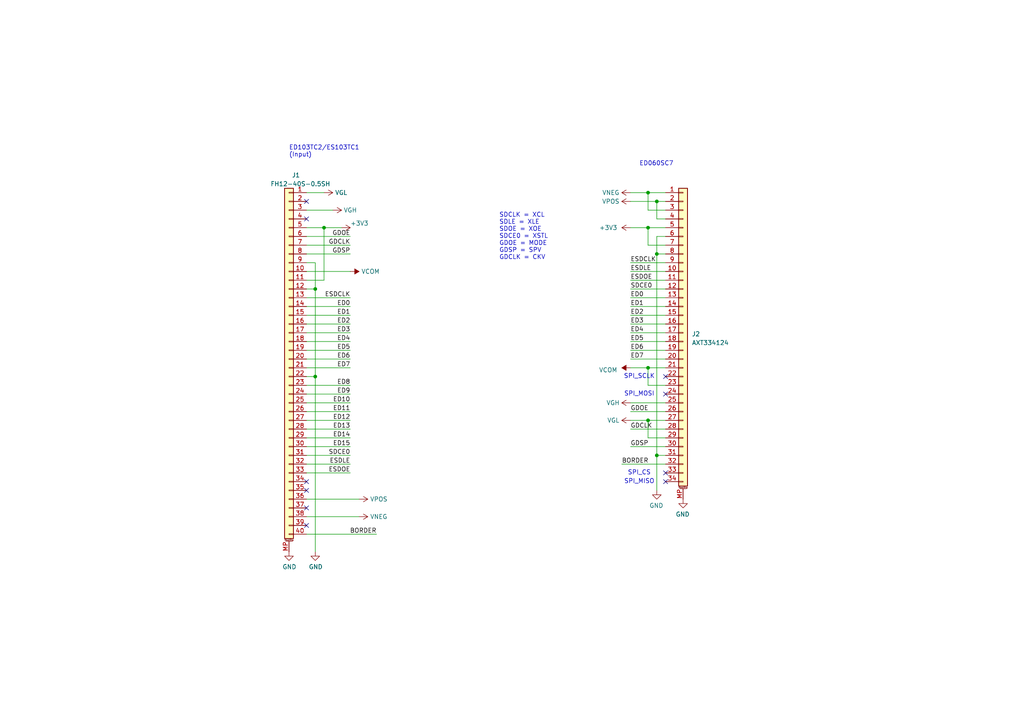
<source format=kicad_sch>
(kicad_sch (version 20231120) (generator "eeschema") (generator_version "8.0")
  (paper "A4")
  (lib_symbols
    (symbol "Connector_Generic_MountingPin:Conn_01x34_MountingPin" (pin_names (offset 1.016) hide)
      (property "Reference" "J" (at 0 43.18 0))
      (property "Value" "Conn_01x34_MountingPin" (at 1.27 -45.72 0))
      (symbol "Conn_01x34_MountingPin_1_1"
        (rectangle (start -1.27 -43.053) (end 0 -43.307) (stroke (width 0.1524)))
        (rectangle (start -1.27 -40.513) (end 0 -40.767) (stroke (width 0.1524)))
        (rectangle (start -1.27 -37.973) (end 0 -38.227) (stroke (width 0.1524)))
        (rectangle (start -1.27 -35.433) (end 0 -35.687) (stroke (width 0.1524)))
        (rectangle (start -1.27 -32.893) (end 0 -33.147) (stroke (width 0.1524)))
        (rectangle (start -1.27 -30.353) (end 0 -30.607) (stroke (width 0.1524)))
        (rectangle (start -1.27 -27.813) (end 0 -28.067) (stroke (width 0.1524)))
        (rectangle (start -1.27 -25.273) (end 0 -25.527) (stroke (width 0.1524)))
        (rectangle (start -1.27 -22.733) (end 0 -22.987) (stroke (width 0.1524)))
        (rectangle (start -1.27 -20.193) (end 0 -20.447) (stroke (width 0.1524)))
        (rectangle (start -1.27 -17.653) (end 0 -17.907) (stroke (width 0.1524)))
        (rectangle (start -1.27 -15.113) (end 0 -15.367) (stroke (width 0.1524)))
        (rectangle (start -1.27 -12.573) (end 0 -12.827) (stroke (width 0.1524)))
        (rectangle (start -1.27 -10.033) (end 0 -10.287) (stroke (width 0.1524)))
        (rectangle (start -1.27 -7.493) (end 0 -7.747) (stroke (width 0.1524)))
        (rectangle (start -1.27 -4.953) (end 0 -5.207) (stroke (width 0.1524)))
        (rectangle (start -1.27 -2.413) (end 0 -2.667) (stroke (width 0.1524)))
        (rectangle (start -1.27 0.127) (end 0 -0.127) (stroke (width 0.1524)))
        (rectangle (start -1.27 2.667) (end 0 2.413) (stroke (width 0.1524)))
        (rectangle (start -1.27 5.207) (end 0 4.953) (stroke (width 0.1524)))
        (rectangle (start -1.27 7.747) (end 0 7.493) (stroke (width 0.1524)))
        (rectangle (start -1.27 10.287) (end 0 10.033) (stroke (width 0.1524)))
        (rectangle (start -1.27 12.827) (end 0 12.573) (stroke (width 0.1524)))
        (rectangle (start -1.27 15.367) (end 0 15.113) (stroke (width 0.1524)))
        (rectangle (start -1.27 17.907) (end 0 17.653) (stroke (width 0.1524)))
        (rectangle (start -1.27 20.447) (end 0 20.193) (stroke (width 0.1524)))
        (rectangle (start -1.27 22.987) (end 0 22.733) (stroke (width 0.1524)))
        (rectangle (start -1.27 25.527) (end 0 25.273) (stroke (width 0.1524)))
        (rectangle (start -1.27 28.067) (end 0 27.813) (stroke (width 0.1524)))
        (rectangle (start -1.27 30.607) (end 0 30.353) (stroke (width 0.1524)))
        (rectangle (start -1.27 33.147) (end 0 32.893) (stroke (width 0.1524)))
        (rectangle (start -1.27 35.687) (end 0 35.433) (stroke (width 0.1524)))
        (rectangle (start -1.27 38.227) (end 0 37.973) (stroke (width 0.1524)))
        (rectangle (start -1.27 40.767) (end 0 40.513) (stroke (width 0.1524)))
        (rectangle (start -1.27 41.91) (end 1.27 -44.45) (stroke (width 0.254)) (fill (type background)))
        (polyline (pts (xy -1.016 -45.212) (xy 1.016 -45.212)) (stroke (width 0.1524)))
        (text "Mounting" (at 0 -44.831 0) (effects (font (size 0.381 0.381))))
        (pin passive line (at -5.08 40.64 0) (length 3.81) (name "Pin_1") (number "1"))
        (pin passive line (at -5.08 17.78 0) (length 3.81) (name "Pin_10") (number "10"))
        (pin passive line (at -5.08 15.24 0) (length 3.81) (name "Pin_11") (number "11"))
        (pin passive line (at -5.08 12.7 0) (length 3.81) (name "Pin_12") (number "12"))
        (pin passive line (at -5.08 10.16 0) (length 3.81) (name "Pin_13") (number "13"))
        (pin passive line (at -5.08 7.62 0) (length 3.81) (name "Pin_14") (number "14"))
        (pin passive line (at -5.08 5.08 0) (length 3.81) (name "Pin_15") (number "15"))
        (pin passive line (at -5.08 2.54 0) (length 3.81) (name "Pin_16") (number "16"))
        (pin passive line (at -5.08 0 0) (length 3.81) (name "Pin_17") (number "17"))
        (pin passive line (at -5.08 -2.54 0) (length 3.81) (name "Pin_18") (number "18"))
        (pin passive line (at -5.08 -5.08 0) (length 3.81) (name "Pin_19") (number "19"))
        (pin passive line (at -5.08 38.1 0) (length 3.81) (name "Pin_2") (number "2"))
        (pin passive line (at -5.08 -7.62 0) (length 3.81) (name "Pin_20") (number "20"))
        (pin passive line (at -5.08 -10.16 0) (length 3.81) (name "Pin_21") (number "21"))
        (pin passive line (at -5.08 -12.7 0) (length 3.81) (name "Pin_22") (number "22"))
        (pin passive line (at -5.08 -15.24 0) (length 3.81) (name "Pin_23") (number "23"))
        (pin passive line (at -5.08 -17.78 0) (length 3.81) (name "Pin_24") (number "24"))
        (pin passive line (at -5.08 -20.32 0) (length 3.81) (name "Pin_25") (number "25"))
        (pin passive line (at -5.08 -22.86 0) (length 3.81) (name "Pin_26") (number "26"))
        (pin passive line (at -5.08 -25.4 0) (length 3.81) (name "Pin_27") (number "27"))
        (pin passive line (at -5.08 -27.94 0) (length 3.81) (name "Pin_28") (number "28"))
        (pin passive line (at -5.08 -30.48 0) (length 3.81) (name "Pin_29") (number "29"))
        (pin passive line (at -5.08 35.56 0) (length 3.81) (name "Pin_3") (number "3"))
        (pin passive line (at -5.08 -33.02 0) (length 3.81) (name "Pin_30") (number "30"))
        (pin passive line (at -5.08 -35.56 0) (length 3.81) (name "Pin_31") (number "31"))
        (pin passive line (at -5.08 -38.1 0) (length 3.81) (name "Pin_32") (number "32"))
        (pin passive line (at -5.08 -40.64 0) (length 3.81) (name "Pin_33") (number "33"))
        (pin passive line (at -5.08 -43.18 0) (length 3.81) (name "Pin_34") (number "34"))
        (pin passive line (at -5.08 33.02 0) (length 3.81) (name "Pin_4") (number "4"))
        (pin passive line (at -5.08 30.48 0) (length 3.81) (name "Pin_5") (number "5"))
        (pin passive line (at -5.08 27.94 0) (length 3.81) (name "Pin_6") (number "6"))
        (pin passive line (at -5.08 25.4 0) (length 3.81) (name "Pin_7") (number "7"))
        (pin passive line (at -5.08 22.86 0) (length 3.81) (name "Pin_8") (number "8"))
        (pin passive line (at -5.08 20.32 0) (length 3.81) (name "Pin_9") (number "9"))
        (pin passive line (at 0 -48.26 90) (length 3.048) (name "MountPin") (number "MP"))
      )
    )
    (symbol "Connector_Generic_MountingPin:Conn_01x40_MountingPin" (pin_names (offset 1.016) hide)
      (property "Reference" "J" (at 0 50.8 0))
      (property "Value" "Conn_01x40_MountingPin" (at 1.27 -53.34 0))
      (symbol "Conn_01x40_MountingPin_1_1"
        (rectangle (start -1.27 -50.673) (end 0 -50.927) (stroke (width 0.1524)))
        (rectangle (start -1.27 -48.133) (end 0 -48.387) (stroke (width 0.1524)))
        (rectangle (start -1.27 -45.593) (end 0 -45.847) (stroke (width 0.1524)))
        (rectangle (start -1.27 -43.053) (end 0 -43.307) (stroke (width 0.1524)))
        (rectangle (start -1.27 -40.513) (end 0 -40.767) (stroke (width 0.1524)))
        (rectangle (start -1.27 -37.973) (end 0 -38.227) (stroke (width 0.1524)))
        (rectangle (start -1.27 -35.433) (end 0 -35.687) (stroke (width 0.1524)))
        (rectangle (start -1.27 -32.893) (end 0 -33.147) (stroke (width 0.1524)))
        (rectangle (start -1.27 -30.353) (end 0 -30.607) (stroke (width 0.1524)))
        (rectangle (start -1.27 -27.813) (end 0 -28.067) (stroke (width 0.1524)))
        (rectangle (start -1.27 -25.273) (end 0 -25.527) (stroke (width 0.1524)))
        (rectangle (start -1.27 -22.733) (end 0 -22.987) (stroke (width 0.1524)))
        (rectangle (start -1.27 -20.193) (end 0 -20.447) (stroke (width 0.1524)))
        (rectangle (start -1.27 -17.653) (end 0 -17.907) (stroke (width 0.1524)))
        (rectangle (start -1.27 -15.113) (end 0 -15.367) (stroke (width 0.1524)))
        (rectangle (start -1.27 -12.573) (end 0 -12.827) (stroke (width 0.1524)))
        (rectangle (start -1.27 -10.033) (end 0 -10.287) (stroke (width 0.1524)))
        (rectangle (start -1.27 -7.493) (end 0 -7.747) (stroke (width 0.1524)))
        (rectangle (start -1.27 -4.953) (end 0 -5.207) (stroke (width 0.1524)))
        (rectangle (start -1.27 -2.413) (end 0 -2.667) (stroke (width 0.1524)))
        (rectangle (start -1.27 0.127) (end 0 -0.127) (stroke (width 0.1524)))
        (rectangle (start -1.27 2.667) (end 0 2.413) (stroke (width 0.1524)))
        (rectangle (start -1.27 5.207) (end 0 4.953) (stroke (width 0.1524)))
        (rectangle (start -1.27 7.747) (end 0 7.493) (stroke (width 0.1524)))
        (rectangle (start -1.27 10.287) (end 0 10.033) (stroke (width 0.1524)))
        (rectangle (start -1.27 12.827) (end 0 12.573) (stroke (width 0.1524)))
        (rectangle (start -1.27 15.367) (end 0 15.113) (stroke (width 0.1524)))
        (rectangle (start -1.27 17.907) (end 0 17.653) (stroke (width 0.1524)))
        (rectangle (start -1.27 20.447) (end 0 20.193) (stroke (width 0.1524)))
        (rectangle (start -1.27 22.987) (end 0 22.733) (stroke (width 0.1524)))
        (rectangle (start -1.27 25.527) (end 0 25.273) (stroke (width 0.1524)))
        (rectangle (start -1.27 28.067) (end 0 27.813) (stroke (width 0.1524)))
        (rectangle (start -1.27 30.607) (end 0 30.353) (stroke (width 0.1524)))
        (rectangle (start -1.27 33.147) (end 0 32.893) (stroke (width 0.1524)))
        (rectangle (start -1.27 35.687) (end 0 35.433) (stroke (width 0.1524)))
        (rectangle (start -1.27 38.227) (end 0 37.973) (stroke (width 0.1524)))
        (rectangle (start -1.27 40.767) (end 0 40.513) (stroke (width 0.1524)))
        (rectangle (start -1.27 43.307) (end 0 43.053) (stroke (width 0.1524)))
        (rectangle (start -1.27 45.847) (end 0 45.593) (stroke (width 0.1524)))
        (rectangle (start -1.27 48.387) (end 0 48.133) (stroke (width 0.1524)))
        (rectangle (start -1.27 49.53) (end 1.27 -52.07) (stroke (width 0.254)) (fill (type background)))
        (polyline (pts (xy -1.016 -52.832) (xy 1.016 -52.832)) (stroke (width 0.1524)))
        (text "Mounting" (at 0 -52.451 0) (effects (font (size 0.381 0.381))))
        (pin passive line (at -5.08 48.26 0) (length 3.81) (name "Pin_1") (number "1"))
        (pin passive line (at -5.08 25.4 0) (length 3.81) (name "Pin_10") (number "10"))
        (pin passive line (at -5.08 22.86 0) (length 3.81) (name "Pin_11") (number "11"))
        (pin passive line (at -5.08 20.32 0) (length 3.81) (name "Pin_12") (number "12"))
        (pin passive line (at -5.08 17.78 0) (length 3.81) (name "Pin_13") (number "13"))
        (pin passive line (at -5.08 15.24 0) (length 3.81) (name "Pin_14") (number "14"))
        (pin passive line (at -5.08 12.7 0) (length 3.81) (name "Pin_15") (number "15"))
        (pin passive line (at -5.08 10.16 0) (length 3.81) (name "Pin_16") (number "16"))
        (pin passive line (at -5.08 7.62 0) (length 3.81) (name "Pin_17") (number "17"))
        (pin passive line (at -5.08 5.08 0) (length 3.81) (name "Pin_18") (number "18"))
        (pin passive line (at -5.08 2.54 0) (length 3.81) (name "Pin_19") (number "19"))
        (pin passive line (at -5.08 45.72 0) (length 3.81) (name "Pin_2") (number "2"))
        (pin passive line (at -5.08 0 0) (length 3.81) (name "Pin_20") (number "20"))
        (pin passive line (at -5.08 -2.54 0) (length 3.81) (name "Pin_21") (number "21"))
        (pin passive line (at -5.08 -5.08 0) (length 3.81) (name "Pin_22") (number "22"))
        (pin passive line (at -5.08 -7.62 0) (length 3.81) (name "Pin_23") (number "23"))
        (pin passive line (at -5.08 -10.16 0) (length 3.81) (name "Pin_24") (number "24"))
        (pin passive line (at -5.08 -12.7 0) (length 3.81) (name "Pin_25") (number "25"))
        (pin passive line (at -5.08 -15.24 0) (length 3.81) (name "Pin_26") (number "26"))
        (pin passive line (at -5.08 -17.78 0) (length 3.81) (name "Pin_27") (number "27"))
        (pin passive line (at -5.08 -20.32 0) (length 3.81) (name "Pin_28") (number "28"))
        (pin passive line (at -5.08 -22.86 0) (length 3.81) (name "Pin_29") (number "29"))
        (pin passive line (at -5.08 43.18 0) (length 3.81) (name "Pin_3") (number "3"))
        (pin passive line (at -5.08 -25.4 0) (length 3.81) (name "Pin_30") (number "30"))
        (pin passive line (at -5.08 -27.94 0) (length 3.81) (name "Pin_31") (number "31"))
        (pin passive line (at -5.08 -30.48 0) (length 3.81) (name "Pin_32") (number "32"))
        (pin passive line (at -5.08 -33.02 0) (length 3.81) (name "Pin_33") (number "33"))
        (pin passive line (at -5.08 -35.56 0) (length 3.81) (name "Pin_34") (number "34"))
        (pin passive line (at -5.08 -38.1 0) (length 3.81) (name "Pin_35") (number "35"))
        (pin passive line (at -5.08 -40.64 0) (length 3.81) (name "Pin_36") (number "36"))
        (pin passive line (at -5.08 -43.18 0) (length 3.81) (name "Pin_37") (number "37"))
        (pin passive line (at -5.08 -45.72 0) (length 3.81) (name "Pin_38") (number "38"))
        (pin passive line (at -5.08 -48.26 0) (length 3.81) (name "Pin_39") (number "39"))
        (pin passive line (at -5.08 40.64 0) (length 3.81) (name "Pin_4") (number "4"))
        (pin passive line (at -5.08 -50.8 0) (length 3.81) (name "Pin_40") (number "40"))
        (pin passive line (at -5.08 38.1 0) (length 3.81) (name "Pin_5") (number "5"))
        (pin passive line (at -5.08 35.56 0) (length 3.81) (name "Pin_6") (number "6"))
        (pin passive line (at -5.08 33.02 0) (length 3.81) (name "Pin_7") (number "7"))
        (pin passive line (at -5.08 30.48 0) (length 3.81) (name "Pin_8") (number "8"))
        (pin passive line (at -5.08 27.94 0) (length 3.81) (name "Pin_9") (number "9"))
        (pin passive line (at 0 -55.88 90) (length 3.048) (name "MountPin") (number "MP"))
      )
    )
    (symbol "power:+3V3" (power) (pin_names (offset 0))
      (property "Value" "+3V3" (at 0 3.556 0))
      (symbol "+3V3_0_1"
        (polyline (pts (xy -0.762 1.27) (xy 0 2.54)))
        (polyline (pts (xy 0 0) (xy 0 2.54)))
        (polyline (pts (xy 0 2.54) (xy 0.762 1.27)))
      )
      (symbol "+3V3_1_1"
        (pin power_in line (at 0 0 90) (length 0) hide (name "+3V3") (number "1"))
      )
    )
    (symbol "power:GND" (power) (pin_names (offset 0))
      (property "Value" "GND" (at 0 -3.81 0))
      (symbol "GND_0_1"
        (polyline (pts (xy 0 0) (xy 0 -1.27) (xy 1.27 -1.27) (xy 0 -2.54) (xy -1.27 -1.27) (xy 0 -1.27)))
      )
      (symbol "GND_1_1"
        (pin power_in line (at 0 0 270) (length 0) hide (name "GND") (number "1"))
      )
    )
    (symbol "power:VCOM" (power) (pin_names (offset 0))
      (property "Value" "VCOM" (at 0 3.81 0))
      (symbol "VCOM_0_1"
        (polyline (pts (xy 0 0) (xy 0 2.54)))
        (polyline (pts (xy 0.762 1.27) (xy -0.762 1.27) (xy 0 2.54) (xy 0.762 1.27)) (fill (type outline)))
      )
      (symbol "VCOM_1_1"
        (pin power_in line (at 0 0 90) (length 0) hide (name "VCOM") (number "1"))
      )
    )
    (symbol "symbols:VGH" (power) (pin_names (offset 0))
      (property "Value" "VGH" (at 0 3.556 0))
      (symbol "VGH_0_1"
        (polyline (pts (xy -0.762 1.27) (xy 0 2.54)))
        (polyline (pts (xy 0 0) (xy 0 2.54)))
        (polyline (pts (xy 0 2.54) (xy 0.762 1.27)))
      )
      (symbol "VGH_1_1"
        (pin power_in line (at 0 0 90) (length 0) hide (name "VGH") (number "1"))
      )
    )
    (symbol "symbols:VGL" (power) (pin_names (offset 0))
      (property "Value" "VGL" (at 0 3.556 0))
      (symbol "VGL_0_1"
        (polyline (pts (xy -0.762 1.27) (xy 0 2.54)))
        (polyline (pts (xy 0 0) (xy 0 2.54)))
        (polyline (pts (xy 0 2.54) (xy 0.762 1.27)))
      )
      (symbol "VGL_1_1"
        (pin power_in line (at 0 0 90) (length 0) hide (name "VGL") (number "1"))
      )
    )
    (symbol "symbols:VNEG" (power) (pin_names (offset 0))
      (property "Value" "VNEG" (at 0 3.556 0))
      (symbol "VNEG_0_1"
        (polyline (pts (xy -0.762 1.27) (xy 0 2.54)))
        (polyline (pts (xy 0 0) (xy 0 2.54)))
        (polyline (pts (xy 0 2.54) (xy 0.762 1.27)))
      )
      (symbol "VNEG_1_1"
        (pin power_in line (at 0 0 90) (length 0) hide (name "VNEG") (number "1"))
      )
    )
    (symbol "symbols:VPOS" (power) (pin_names (offset 0))
      (property "Value" "VPOS" (at 0 3.556 0))
      (symbol "VPOS_0_1"
        (polyline (pts (xy -0.762 1.27) (xy 0 2.54)))
        (polyline (pts (xy 0 0) (xy 0 2.54)))
        (polyline (pts (xy 0 2.54) (xy 0.762 1.27)))
      )
      (symbol "VPOS_1_1"
        (pin power_in line (at 0 0 90) (length 0) hide (name "VPOS") (number "1"))
      )
    )
  )
  (junction (at 190.5 58.42))
  (junction (at 190.5 73.66))
  (junction (at 91.44 83.82) (diameter 0.9144))
  (junction (at 187.96 121.92))
  (junction (at 93.98 66.04))
  (junction (at 187.96 106.68))
  (junction (at 91.44 109.22) (diameter 0.9144))
  (junction (at 187.96 55.88))
  (junction (at 190.5 132.08))
  (junction (at 187.96 66.04))
  (no_connect (at 88.9 139.7))
  (no_connect (at 193.04 109.22))
  (no_connect (at 193.04 139.7))
  (no_connect (at 88.9 147.32))
  (no_connect (at 88.9 58.42))
  (no_connect (at 193.04 137.16))
  (no_connect (at 88.9 142.24))
  (no_connect (at 88.9 152.4))
  (no_connect (at 88.9 63.5))
  (no_connect (at 193.04 114.3))
  (wire (pts (xy 182.88 106.68) (xy 187.96 106.68)))
  (wire (pts (xy 190.5 58.42) (xy 193.04 58.42)))
  (wire (pts (xy 88.9 88.9) (xy 101.6 88.9)))
  (wire (pts (xy 88.9 91.44) (xy 101.6 91.44)))
  (wire (pts (xy 88.9 124.46) (xy 101.6 124.46)))
  (wire (pts (xy 88.9 104.14) (xy 101.6 104.14)))
  (wire (pts (xy 88.9 129.54) (xy 101.6 129.54)))
  (wire (pts (xy 182.88 86.36) (xy 193.04 86.36)))
  (wire (pts (xy 93.98 81.28) (xy 88.9 81.28)))
  (wire (pts (xy 88.9 116.84) (xy 101.6 116.84)))
  (wire (pts (xy 88.9 111.76) (xy 101.6 111.76)))
  (wire (pts (xy 182.88 104.14) (xy 193.04 104.14)))
  (wire (pts (xy 187.96 127) (xy 187.96 121.92)))
  (wire (pts (xy 182.88 76.2) (xy 193.04 76.2)))
  (wire (pts (xy 182.88 99.06) (xy 193.04 99.06)))
  (wire (pts (xy 88.9 86.36) (xy 101.6 86.36)))
  (wire (pts (xy 182.88 78.74) (xy 193.04 78.74)))
  (wire (pts (xy 193.04 124.46) (xy 182.88 124.46)))
  (wire (pts (xy 190.5 132.08) (xy 193.04 132.08)))
  (wire (pts (xy 193.04 68.58) (xy 190.5 68.58)))
  (wire (pts (xy 88.9 137.16) (xy 101.6 137.16)))
  (wire (pts (xy 88.9 132.08) (xy 101.6 132.08)))
  (wire (pts (xy 93.98 55.88) (xy 88.9 55.88)))
  (wire (pts (xy 180.34 134.62) (xy 193.04 134.62)))
  (wire (pts (xy 187.96 106.68) (xy 193.04 106.68)))
  (wire (pts (xy 182.88 93.98) (xy 193.04 93.98)))
  (wire (pts (xy 88.9 134.62) (xy 101.6 134.62)))
  (wire (pts (xy 88.9 101.6) (xy 101.6 101.6)))
  (wire (pts (xy 88.9 154.94) (xy 109.22 154.94)))
  (wire (pts (xy 193.04 71.12) (xy 187.96 71.12)))
  (wire (pts (xy 91.44 83.82) (xy 88.9 83.82)))
  (wire (pts (xy 193.04 63.5) (xy 190.5 63.5)))
  (wire (pts (xy 193.04 119.38) (xy 182.88 119.38)))
  (wire (pts (xy 182.88 66.04) (xy 187.96 66.04)))
  (wire (pts (xy 104.14 144.78) (xy 88.9 144.78)))
  (wire (pts (xy 91.44 76.2) (xy 91.44 83.82)))
  (wire (pts (xy 193.04 111.76) (xy 187.96 111.76)))
  (wire (pts (xy 88.9 76.2) (xy 91.44 76.2)))
  (wire (pts (xy 93.98 66.04) (xy 93.98 81.28)))
  (wire (pts (xy 88.9 96.52) (xy 101.6 96.52)))
  (wire (pts (xy 193.04 127) (xy 187.96 127)))
  (wire (pts (xy 88.9 106.68) (xy 101.6 106.68)))
  (wire (pts (xy 193.04 60.96) (xy 187.96 60.96)))
  (wire (pts (xy 187.96 60.96) (xy 187.96 55.88)))
  (wire (pts (xy 187.96 121.92) (xy 193.04 121.92)))
  (wire (pts (xy 190.5 68.58) (xy 190.5 73.66)))
  (wire (pts (xy 187.96 66.04) (xy 193.04 66.04)))
  (wire (pts (xy 182.88 121.92) (xy 187.96 121.92)))
  (wire (pts (xy 190.5 132.08) (xy 190.5 142.24)))
  (wire (pts (xy 101.6 78.74) (xy 88.9 78.74)))
  (wire (pts (xy 193.04 129.54) (xy 182.88 129.54)))
  (wire (pts (xy 88.9 114.3) (xy 101.6 114.3)))
  (wire (pts (xy 182.88 116.84) (xy 193.04 116.84)))
  (wire (pts (xy 88.9 149.86) (xy 104.14 149.86)))
  (wire (pts (xy 187.96 71.12) (xy 187.96 66.04)))
  (wire (pts (xy 182.88 101.6) (xy 193.04 101.6)))
  (wire (pts (xy 96.52 60.96) (xy 88.9 60.96)))
  (wire (pts (xy 182.88 81.28) (xy 193.04 81.28)))
  (wire (pts (xy 182.88 88.9) (xy 193.04 88.9)))
  (wire (pts (xy 88.9 121.92) (xy 101.6 121.92)))
  (wire (pts (xy 182.88 91.44) (xy 193.04 91.44)))
  (wire (pts (xy 190.5 73.66) (xy 193.04 73.66)))
  (wire (pts (xy 99.06 66.04) (xy 93.98 66.04)))
  (wire (pts (xy 88.9 71.12) (xy 101.6 71.12)))
  (wire (pts (xy 88.9 73.66) (xy 101.6 73.66)))
  (wire (pts (xy 91.44 83.82) (xy 91.44 109.22)))
  (wire (pts (xy 190.5 63.5) (xy 190.5 58.42)))
  (wire (pts (xy 91.44 109.22) (xy 91.44 160.02)))
  (wire (pts (xy 187.96 55.88) (xy 193.04 55.88)))
  (wire (pts (xy 190.5 73.66) (xy 190.5 132.08)))
  (wire (pts (xy 182.88 58.42) (xy 190.5 58.42)))
  (wire (pts (xy 88.9 119.38) (xy 101.6 119.38)))
  (wire (pts (xy 182.88 83.82) (xy 193.04 83.82)))
  (wire (pts (xy 91.44 109.22) (xy 88.9 109.22)))
  (wire (pts (xy 182.88 96.52) (xy 193.04 96.52)))
  (wire (pts (xy 88.9 68.58) (xy 101.6 68.58)))
  (wire (pts (xy 88.9 99.06) (xy 101.6 99.06)))
  (wire (pts (xy 93.98 66.04) (xy 88.9 66.04)))
  (wire (pts (xy 187.96 111.76) (xy 187.96 106.68)))
  (wire (pts (xy 88.9 127) (xy 101.6 127)))
  (wire (pts (xy 88.9 93.98) (xy 101.6 93.98)))
  (wire (pts (xy 182.88 55.88) (xy 187.96 55.88)))
  (text "SPI_MOSI" (at 185.42 114.3 0) (effects (font (size 1.27 1.27))))
  (text "ED103TC2/ES103TC1\n(Input)" (at 83.82 45.72 0) (effects (font (size 1.27 1.27)) (justify left bottom)))
  (text "ED060SC7" (at 185.42 48.26 0) (effects (font (size 1.27 1.27)) (justify left bottom)))
  (text "SPI_CS" (at 185.42 137.16 0) (effects (font (size 1.27 1.27))))
  (text "SDCLK = XCL\nSDLE = XLE\nSDOE = XOE\nSDCE0 = XSTL\nGDOE = MODE\nGDSP = SPV\nGDCLK = CKV" (at 144.78 68.58 0) (effects (font (size 1.27 1.27)) (justify left)))
  (text "SPI_MISO" (at 185.42 139.7 0) (effects (font (size 1.27 1.27))))
  (text "SPI_SCLK" (at 185.42 109.22 0) (effects (font (size 1.27 1.27))))
  (label "BORDER" (at 180.34 134.62 0))
  (label "ED10" (at 101.6 116.84 180))
  (label "ED3" (at 182.88 93.98 0))
  (label "ESDOE" (at 101.6 137.16 180))
  (label "ED4" (at 182.88 96.52 0))
  (label "ED2" (at 182.88 91.44 0))
  (label "ED15" (at 101.6 129.54 180))
  (label "GDSP" (at 182.88 129.54 0))
  (label "GDCLK" (at 182.88 124.46 0))
  (label "ED12" (at 101.6 121.92 180))
  (label "ESDOE" (at 182.88 81.28 0))
  (label "ESDCLK" (at 101.6 86.36 180))
  (label "ED2" (at 101.6 93.98 180))
  (label "GDOE" (at 101.6 68.58 180))
  (label "ED7" (at 182.88 104.14 0))
  (label "ED11" (at 101.6 119.38 180))
  (label "ED13" (at 101.6 124.46 180))
  (label "ED5" (at 182.88 99.06 0))
  (label "ED3" (at 101.6 96.52 180))
  (label "ESDLE" (at 182.88 78.74 0))
  (label "ESDCLK" (at 182.88 76.2 0))
  (label "ED4" (at 101.6 99.06 180))
  (label "GDSP" (at 101.6 73.66 180))
  (label "ED1" (at 182.88 88.9 0))
  (label "ED9" (at 101.6 114.3 180))
  (label "ESDLE" (at 101.6 134.62 180))
  (label "ED1" (at 101.6 91.44 180))
  (label "ED14" (at 101.6 127 180))
  (label "SDCE0" (at 101.6 132.08 180))
  (label "GDCLK" (at 101.6 71.12 180))
  (label "ED5" (at 101.6 101.6 180))
  (label "BORDER" (at 109.22 154.94 180))
  (label "SDCE0" (at 182.88 83.82 0))
  (label "ED6" (at 101.6 104.14 180))
  (label "ED0" (at 101.6 88.9 180))
  (label "GDOE" (at 182.88 119.38 0))
  (label "ED6" (at 182.88 101.6 0))
  (label "ED0" (at 182.88 86.36 0))
  (label "ED8" (at 101.6 111.76 180))
  (label "ED7" (at 101.6 106.68 180))
  (symbol (lib_id "power:+3V3") (at 182.88 66.04 90) (unit 1)
    (property "Reference" "#PWR023" (effects (hide yes)))
    (property "Value" "+3V3" (at 179.07 66.0399 90) (effects (justify left)))
  )
  (symbol (lib_id "power:GND") (at 198.12 144.78 0) (mirror y) (unit 1)
    (property "Reference" "#PWR0102" (effects (hide yes)))
    (property "Value" "GND" (at 197.993 149.1742 0))
  )
  (symbol (lib_id "power:+3V3") (at 99.06 66.04 270) (unit 1)
    (property "Reference" "#PWR0101" (effects (hide yes)))
    (property "Value" "+3V3" (at 101.6 64.77 90) (effects (justify left)))
  )
  (symbol (lib_id "power:VCOM") (at 182.88 106.68 90) (unit 1)
    (property "Reference" "#PWR024" (effects (hide yes)))
    (property "Value" "VCOM" (at 179.07 107.3149 90) (effects (justify left)))
  )
  (symbol (lib_id "symbols:VGL") (at 182.88 121.92 90) (unit 1)
    (property "Reference" "#PWR026" (effects (hide yes)))
    (property "Value" "VGL" (at 179.705 121.9199 90) (effects (justify left)))
  )
  (symbol (lib_id "symbols:VGH") (at 182.88 116.84 90) (unit 1)
    (property "Reference" "#PWR025" (effects (hide yes)))
    (property "Value" "VGH" (at 177.8 116.84 90))
  )
  (symbol (lib_id "power:GND") (at 190.5 142.24 0) (mirror y) (unit 1)
    (property "Reference" "#PWR0103" (effects (hide yes)))
    (property "Value" "GND" (at 190.373 146.6342 0))
  )
  (symbol (lib_id "symbols:VGL") (at 93.98 55.88 270) (mirror x) (unit 1)
    (property "Reference" "#PWR03" (effects (hide yes)))
    (property "Value" "VGL" (at 97.155 55.8799 90) (effects (justify left)))
  )
  (symbol (lib_id "symbols:VGH") (at 96.52 60.96 270) (mirror x) (unit 1)
    (property "Reference" "#PWR05" (effects (hide yes)))
    (property "Value" "VGH" (at 101.6 60.96 90))
  )
  (symbol (lib_id "symbols:VNEG") (at 104.14 149.86 270) (mirror x) (unit 1)
    (property "Reference" "#PWR09" (effects (hide yes)))
    (property "Value" "VNEG" (at 109.855 149.86 90))
  )
  (symbol (lib_id "Connector_Generic_MountingPin:Conn_01x34_MountingPin") (at 198.12 96.52 0) (unit 1)
    (property "Reference" "J2" (at 200.66 96.8755 0) (effects (justify left)))
    (property "Value" "AXT334124" (at 200.66 99.4155 0) (effects (justify left)))
    (property "Footprint" "Connector_FFC-FPC:Hirose_FH12-34S-0.5SH_1x34-1MP_P0.50mm_Horizontal" (effects (hide yes)))
  )
  (symbol (lib_id "symbols:VPOS") (at 182.88 58.42 90) (unit 1)
    (property "Reference" "#PWR022" (effects (hide yes)))
    (property "Value" "VPOS" (at 179.705 58.4199 90) (effects (justify left)))
  )
  (symbol (lib_id "symbols:VNEG") (at 182.88 55.88 90) (unit 1)
    (property "Reference" "#PWR021" (effects (hide yes)))
    (property "Value" "VNEG" (at 177.165 55.88 90))
  )
  (symbol (lib_id "symbols:VPOS") (at 104.14 144.78 270) (mirror x) (unit 1)
    (property "Reference" "#PWR08" (effects (hide yes)))
    (property "Value" "VPOS" (at 107.315 144.7799 90) (effects (justify left)))
  )
  (symbol (lib_id "power:GND") (at 83.82 160.02 0) (unit 1)
    (property "Reference" "#PWR01" (effects (hide yes)))
    (property "Value" "GND" (at 83.947 164.4142 0))
  )
  (symbol (lib_id "power:GND") (at 91.44 160.02 0) (unit 1)
    (property "Reference" "#PWR02" (effects (hide yes)))
    (property "Value" "GND" (at 91.567 164.4142 0))
  )
  (symbol (lib_id "power:VCOM") (at 101.6 78.74 270) (mirror x) (unit 1)
    (property "Reference" "#PWR07" (effects (hide yes)))
    (property "Value" "VCOM" (at 104.775 78.7399 90) (effects (justify left)))
  )
  (symbol (lib_id "Connector_Generic_MountingPin:Conn_01x40_MountingPin") (at 83.82 104.14 0) (mirror y) (unit 1)
    (property "Reference" "J1" (at 85.852 50.8 0))
    (property "Value" "FH12-40S-0.5SH" (at 87.122 53.34 0))
    (property "Footprint" "footprints:Hirose_FH12-40S-0.5SH_1x40-1MP_P0.50mm_Horizontal_Reversed" (effects (hide yes)))
  )
)
</source>
